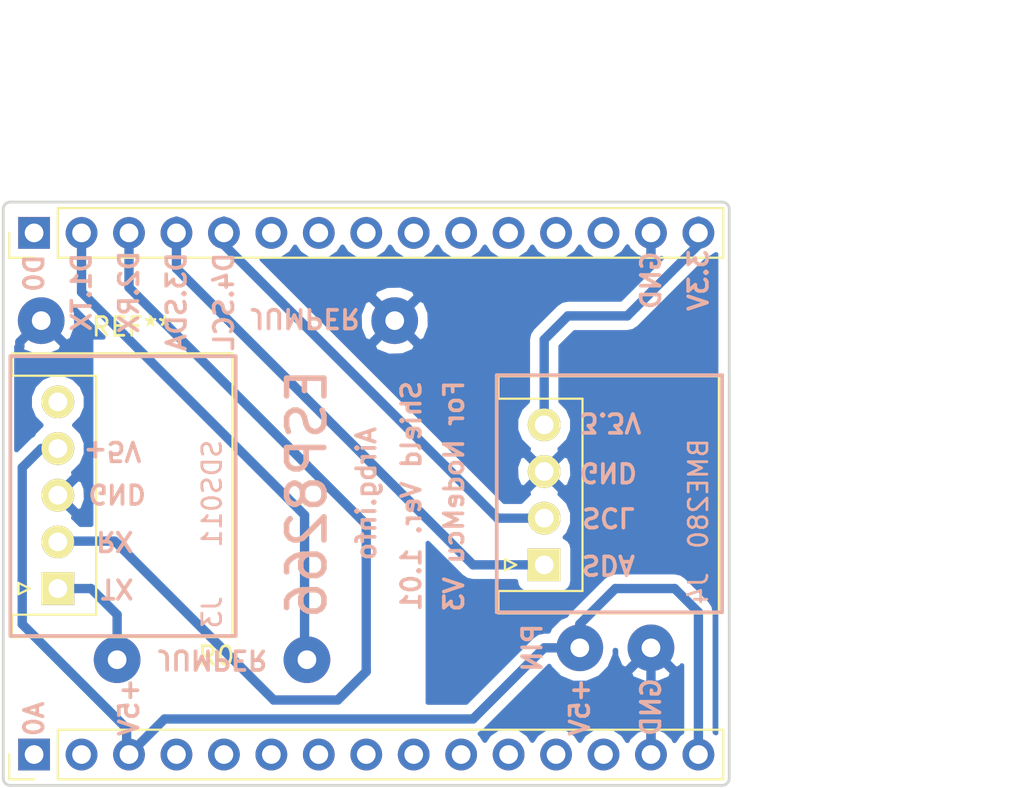
<source format=kicad_pcb>
(kicad_pcb (version 4) (host pcbnew 4.0.7)

  (general
    (links 15)
    (no_connects 3)
    (area 128.149999 71.214 183.38658 113.150001)
    (thickness 1.6)
    (drawings 45)
    (tracks 49)
    (zones 0)
    (modules 7)
    (nets 31)
  )

  (page A4)
  (layers
    (0 F.Cu signal)
    (31 B.Cu signal)
    (32 B.Adhes user)
    (33 F.Adhes user)
    (34 B.Paste user)
    (35 F.Paste user)
    (36 B.SilkS user)
    (37 F.SilkS user)
    (38 B.Mask user)
    (39 F.Mask user)
    (40 Dwgs.User user)
    (41 Cmts.User user)
    (42 Eco1.User user)
    (43 Eco2.User user)
    (44 Edge.Cuts user)
    (45 Margin user)
    (46 B.CrtYd user)
    (47 F.CrtYd user)
    (48 B.Fab user)
    (49 F.Fab user)
  )

  (setup
    (last_trace_width 0.5)
    (trace_clearance 0.2)
    (zone_clearance 0.508)
    (zone_45_only no)
    (trace_min 0.2)
    (segment_width 0.2)
    (edge_width 0.15)
    (via_size 0.6)
    (via_drill 0.4)
    (via_min_size 0.4)
    (via_min_drill 0.3)
    (uvia_size 0.3)
    (uvia_drill 0.1)
    (uvias_allowed no)
    (uvia_min_size 0.2)
    (uvia_min_drill 0.1)
    (pcb_text_width 0.3)
    (pcb_text_size 1.5 1.5)
    (mod_edge_width 0.15)
    (mod_text_size 1 1)
    (mod_text_width 0.15)
    (pad_size 2.49936 2.49936)
    (pad_drill 1.00076)
    (pad_to_mask_clearance 0.2)
    (aux_axis_origin 0 0)
    (visible_elements 7FFFFFFF)
    (pcbplotparams
      (layerselection 0x01050_80000000)
      (usegerberextensions false)
      (excludeedgelayer true)
      (linewidth 0.100000)
      (plotframeref false)
      (viasonmask false)
      (mode 1)
      (useauxorigin false)
      (hpglpennumber 1)
      (hpglpenspeed 20)
      (hpglpendiameter 15)
      (hpglpenoverlay 2)
      (psnegative false)
      (psa4output false)
      (plotreference true)
      (plotvalue true)
      (plotinvisibletext false)
      (padsonsilk false)
      (subtractmaskfromsilk false)
      (outputformat 1)
      (mirror false)
      (drillshape 0)
      (scaleselection 1)
      (outputdirectory Plot/))
  )

  (net 0 "")
  (net 1 "Net-(J1-Pad1)")
  (net 2 GND)
  (net 3 +5V)
  (net 4 "Net-(J1-Pad4)")
  (net 5 "Net-(J1-Pad5)")
  (net 6 "Net-(J1-Pad6)")
  (net 7 "Net-(J1-Pad7)")
  (net 8 "Net-(J1-Pad8)")
  (net 9 "Net-(J1-Pad9)")
  (net 10 "Net-(J1-Pad10)")
  (net 11 "Net-(J1-Pad11)")
  (net 12 "Net-(J1-Pad12)")
  (net 13 "Net-(J1-Pad13)")
  (net 14 "Net-(J2-Pad1)")
  (net 15 TX)
  (net 16 RX)
  (net 17 I2C_SDA)
  (net 18 "Net-(J2-Pad6)")
  (net 19 "Net-(J2-Pad7)")
  (net 20 "Net-(J2-Pad8)")
  (net 21 "Net-(J2-Pad9)")
  (net 22 "Net-(J2-Pad10)")
  (net 23 "Net-(J2-Pad11)")
  (net 24 "Net-(J2-Pad12)")
  (net 25 "Net-(J2-Pad13)")
  (net 26 +3V3)
  (net 27 I2C_SCL)
  (net 28 "Net-(J3-Pad5)")
  (net 29 "Net-(J1-Pad2)")
  (net 30 "Net-(J2-Pad2)")

  (net_class Default "This is the default net class."
    (clearance 0.2)
    (trace_width 0.5)
    (via_dia 0.6)
    (via_drill 0.4)
    (uvia_dia 0.3)
    (uvia_drill 0.1)
    (add_net +3V3)
    (add_net +5V)
    (add_net GND)
    (add_net I2C_SCL)
    (add_net I2C_SDA)
    (add_net "Net-(J1-Pad1)")
    (add_net "Net-(J1-Pad10)")
    (add_net "Net-(J1-Pad11)")
    (add_net "Net-(J1-Pad12)")
    (add_net "Net-(J1-Pad13)")
    (add_net "Net-(J1-Pad2)")
    (add_net "Net-(J1-Pad4)")
    (add_net "Net-(J1-Pad5)")
    (add_net "Net-(J1-Pad6)")
    (add_net "Net-(J1-Pad7)")
    (add_net "Net-(J1-Pad8)")
    (add_net "Net-(J1-Pad9)")
    (add_net "Net-(J2-Pad1)")
    (add_net "Net-(J2-Pad10)")
    (add_net "Net-(J2-Pad11)")
    (add_net "Net-(J2-Pad12)")
    (add_net "Net-(J2-Pad13)")
    (add_net "Net-(J2-Pad2)")
    (add_net "Net-(J2-Pad6)")
    (add_net "Net-(J2-Pad7)")
    (add_net "Net-(J2-Pad8)")
    (add_net "Net-(J2-Pad9)")
    (add_net "Net-(J3-Pad5)")
    (add_net RX)
    (add_net TX)
  )

  (module Wire_Connections_Bridges:WireConnection_1.00mmDrill (layer F.Cu) (tedit 5AA4D7E6) (tstamp 5AA4D51F)
    (at 144.78 106.045 180)
    (descr "WireConnection with 1mm drill")
    (path /5AA4D23F)
    (fp_text reference R0 (at 4.8514 0.2032 180) (layer F.SilkS)
      (effects (font (size 1 1) (thickness 0.15)))
    )
    (fp_text value J (at -2.159 0.127 180) (layer F.Fab)
      (effects (font (size 1 1) (thickness 0.15)))
    )
    (pad 1 thru_hole circle (at 0 0 180) (size 2.49936 2.49936) (drill 1.00076) (layers *.Cu *.Mask)
      (net 30 "Net-(J2-Pad2)"))
    (pad 2 thru_hole circle (at 10.16 0 180) (size 2.49936 2.49936) (drill 1.00076) (layers *.Cu *.Mask)
      (net 15 TX))
  )

  (module Wire_Connections_Bridges:WireConnection_1.00mmDrill (layer F.Cu) (tedit 5A90449C) (tstamp 5A904131)
    (at 156.845 105.41)
    (descr "WireConnection with 1mm drill")
    (fp_text reference Power (at 9.525 1.905) (layer B.SilkS) hide
      (effects (font (size 1 1) (thickness 0.15)) (justify mirror))
    )
    (fp_text value WireConnection_1mmDrill (at 5.08 3.81) (layer F.Fab)
      (effects (font (size 1 1) (thickness 0.15)))
    )
    (pad 1 thru_hole circle (at 2.54 0) (size 2.49936 2.49936) (drill 1.00076) (layers *.Cu *.Mask)
      (net 3 +5V))
    (pad 2 thru_hole circle (at 6.35 0) (size 2.49936 2.49936) (drill 1.00076) (layers *.Cu *.Mask)
      (net 2 GND))
  )

  (module Wire_Connections_Bridges:WireConnection_1.00mmDrill (layer F.Cu) (tedit 5AA4D7C9) (tstamp 5A903C90)
    (at 130.556 88.011)
    (descr "WireConnection with 1mm drill")
    (fp_text reference REF** (at 4.8514 0.2032) (layer F.SilkS)
      (effects (font (size 1 1) (thickness 0.15)))
    )
    (fp_text value J (at 21.082 -0.127) (layer F.Fab)
      (effects (font (size 1 1) (thickness 0.15)))
    )
    (pad 1 thru_hole circle (at 0 -0.127) (size 2.49936 2.49936) (drill 1.00076) (layers *.Cu *.Mask)
      (net 2 GND))
    (pad 2 thru_hole circle (at 18.923 -0.127) (size 2.49936 2.49936) (drill 1.00076) (layers *.Cu *.Mask)
      (net 2 GND))
  )

  (module Pin_Headers:Pin_Header_Straight_1x15_Pitch2.54mm (layer F.Cu) (tedit 5AB7F7D3) (tstamp 5A89E604)
    (at 130.175 111.125 90)
    (descr "Through hole straight pin header, 1x15, 2.54mm pitch, single row")
    (tags "Through hole pin header THT 1x15 2.54mm single row")
    (path /5A89DF66)
    (fp_text reference J1 (at 2.286 0 90) (layer B.SilkS) hide
      (effects (font (size 1 1) (thickness 0.15)) (justify mirror))
    )
    (fp_text value P15 (at 3.175 35.56 90) (layer F.Fab)
      (effects (font (size 1 1) (thickness 0.15)))
    )
    (fp_line (start -0.635 -1.27) (end 1.27 -1.27) (layer F.Fab) (width 0.1))
    (fp_line (start 1.27 -1.27) (end 1.27 36.83) (layer F.Fab) (width 0.1))
    (fp_line (start 1.27 36.83) (end -1.27 36.83) (layer F.Fab) (width 0.1))
    (fp_line (start -1.27 36.83) (end -1.27 -0.635) (layer F.Fab) (width 0.1))
    (fp_line (start -1.27 -0.635) (end -0.635 -1.27) (layer F.Fab) (width 0.1))
    (fp_line (start -1.33 36.89) (end 1.33 36.89) (layer F.SilkS) (width 0.12))
    (fp_line (start -1.33 1.27) (end -1.33 36.89) (layer F.SilkS) (width 0.12))
    (fp_line (start 1.33 1.27) (end 1.33 36.89) (layer F.SilkS) (width 0.12))
    (fp_line (start -1.33 1.27) (end 1.33 1.27) (layer F.SilkS) (width 0.12))
    (fp_line (start -1.33 0) (end -1.33 -1.33) (layer F.SilkS) (width 0.12))
    (fp_line (start -1.33 -1.33) (end 0 -1.33) (layer F.SilkS) (width 0.12))
    (fp_line (start -1.8 -1.8) (end -1.8 37.35) (layer F.CrtYd) (width 0.05))
    (fp_line (start -1.8 37.35) (end 1.8 37.35) (layer F.CrtYd) (width 0.05))
    (fp_line (start 1.8 37.35) (end 1.8 -1.8) (layer F.CrtYd) (width 0.05))
    (fp_line (start 1.8 -1.8) (end -1.8 -1.8) (layer F.CrtYd) (width 0.05))
    (fp_text user %R (at 0 17.78 180) (layer F.Fab)
      (effects (font (size 1 1) (thickness 0.15)))
    )
    (pad 1 thru_hole rect (at 0 0 90) (size 1.7 1.7) (drill 1) (layers *.Cu *.Mask)
      (net 1 "Net-(J1-Pad1)"))
    (pad 2 thru_hole oval (at 0 2.54 90) (size 1.7 1.7) (drill 1) (layers *.Cu *.Mask)
      (net 29 "Net-(J1-Pad2)"))
    (pad 3 thru_hole oval (at 0 5.08 90) (size 1.7 1.7) (drill 1) (layers *.Cu *.Mask)
      (net 3 +5V))
    (pad 4 thru_hole oval (at 0 7.62 90) (size 1.7 1.7) (drill 1) (layers *.Cu *.Mask)
      (net 4 "Net-(J1-Pad4)"))
    (pad 5 thru_hole oval (at 0 10.16 90) (size 1.7 1.7) (drill 1) (layers *.Cu *.Mask)
      (net 5 "Net-(J1-Pad5)"))
    (pad 6 thru_hole oval (at 0 12.7 90) (size 1.7 1.7) (drill 1) (layers *.Cu *.Mask)
      (net 6 "Net-(J1-Pad6)"))
    (pad 7 thru_hole oval (at 0 15.24 90) (size 1.7 1.7) (drill 1) (layers *.Cu *.Mask)
      (net 7 "Net-(J1-Pad7)"))
    (pad 8 thru_hole oval (at 0 17.78 90) (size 1.7 1.7) (drill 1) (layers *.Cu *.Mask)
      (net 8 "Net-(J1-Pad8)"))
    (pad 9 thru_hole oval (at 0 20.32 90) (size 1.7 1.7) (drill 1) (layers *.Cu *.Mask)
      (net 9 "Net-(J1-Pad9)"))
    (pad 10 thru_hole oval (at 0 22.86 90) (size 1.7 1.7) (drill 1) (layers *.Cu *.Mask)
      (net 10 "Net-(J1-Pad10)"))
    (pad 11 thru_hole oval (at 0 25.4 90) (size 1.7 1.7) (drill 1) (layers *.Cu *.Mask)
      (net 11 "Net-(J1-Pad11)"))
    (pad 12 thru_hole oval (at 0 27.94 90) (size 1.7 1.7) (drill 1) (layers *.Cu *.Mask)
      (net 12 "Net-(J1-Pad12)"))
    (pad 13 thru_hole oval (at 0 30.48 90) (size 1.7 1.7) (drill 1) (layers *.Cu *.Mask)
      (net 13 "Net-(J1-Pad13)"))
    (pad 14 thru_hole oval (at 0 33.02 90) (size 1.7 1.7) (drill 1) (layers *.Cu *.Mask)
      (net 2 GND))
    (pad 15 thru_hole oval (at 0 35.56 90) (size 1.7 1.7) (drill 1) (layers *.Cu *.Mask)
      (net 3 +5V))
    (model ${KISYS3DMOD}/Pin_Headers.3dshapes/Pin_Header_Straight_1x15_Pitch2.54mm.wrl
      (at (xyz 0 0 0))
      (scale (xyz 1 1 1))
      (rotate (xyz 0 0 0))
    )
  )

  (module Pin_Headers:Pin_Header_Straight_1x15_Pitch2.54mm (layer F.Cu) (tedit 5AB7F771) (tstamp 5A89E617)
    (at 130.175 83.185 90)
    (descr "Through hole straight pin header, 1x15, 2.54mm pitch, single row")
    (tags "Through hole pin header THT 1x15 2.54mm single row")
    (path /5A89DF3F)
    (fp_text reference J2 (at -2.159 0 90) (layer B.SilkS) hide
      (effects (font (size 1 1) (thickness 0.15)) (justify mirror))
    )
    (fp_text value P15 (at -3.175 35.56 90) (layer F.Fab)
      (effects (font (size 1 1) (thickness 0.15)))
    )
    (fp_line (start -0.635 -1.27) (end 1.27 -1.27) (layer F.Fab) (width 0.1))
    (fp_line (start 1.27 -1.27) (end 1.27 36.83) (layer F.Fab) (width 0.1))
    (fp_line (start 1.27 36.83) (end -1.27 36.83) (layer F.Fab) (width 0.1))
    (fp_line (start -1.27 36.83) (end -1.27 -0.635) (layer F.Fab) (width 0.1))
    (fp_line (start -1.27 -0.635) (end -0.635 -1.27) (layer F.Fab) (width 0.1))
    (fp_line (start -1.33 36.89) (end 1.33 36.89) (layer F.SilkS) (width 0.12))
    (fp_line (start -1.33 1.27) (end -1.33 36.89) (layer F.SilkS) (width 0.12))
    (fp_line (start 1.33 1.27) (end 1.33 36.89) (layer F.SilkS) (width 0.12))
    (fp_line (start -1.33 1.27) (end 1.33 1.27) (layer F.SilkS) (width 0.12))
    (fp_line (start -1.33 0) (end -1.33 -1.33) (layer F.SilkS) (width 0.12))
    (fp_line (start -1.33 -1.33) (end 0 -1.33) (layer F.SilkS) (width 0.12))
    (fp_line (start -1.8 -1.8) (end -1.8 37.35) (layer F.CrtYd) (width 0.05))
    (fp_line (start -1.8 37.35) (end 1.8 37.35) (layer F.CrtYd) (width 0.05))
    (fp_line (start 1.8 37.35) (end 1.8 -1.8) (layer F.CrtYd) (width 0.05))
    (fp_line (start 1.8 -1.8) (end -1.8 -1.8) (layer F.CrtYd) (width 0.05))
    (fp_text user %R (at 0 17.78 180) (layer F.Fab)
      (effects (font (size 1 1) (thickness 0.15)))
    )
    (pad 1 thru_hole rect (at 0 0 90) (size 1.7 1.7) (drill 1) (layers *.Cu *.Mask)
      (net 14 "Net-(J2-Pad1)"))
    (pad 2 thru_hole oval (at 0 2.54 90) (size 1.7 1.7) (drill 1) (layers *.Cu *.Mask)
      (net 30 "Net-(J2-Pad2)"))
    (pad 3 thru_hole oval (at 0 5.08 90) (size 1.7 1.7) (drill 1) (layers *.Cu *.Mask)
      (net 16 RX))
    (pad 4 thru_hole oval (at 0 7.62 90) (size 1.7 1.7) (drill 1) (layers *.Cu *.Mask)
      (net 17 I2C_SDA))
    (pad 5 thru_hole oval (at 0 10.16 90) (size 1.7 1.7) (drill 1) (layers *.Cu *.Mask)
      (net 27 I2C_SCL))
    (pad 6 thru_hole oval (at 0 12.7 90) (size 1.7 1.7) (drill 1) (layers *.Cu *.Mask)
      (net 18 "Net-(J2-Pad6)"))
    (pad 7 thru_hole oval (at 0 15.24 90) (size 1.7 1.7) (drill 1) (layers *.Cu *.Mask)
      (net 19 "Net-(J2-Pad7)"))
    (pad 8 thru_hole oval (at 0 17.78 90) (size 1.7 1.7) (drill 1) (layers *.Cu *.Mask)
      (net 20 "Net-(J2-Pad8)"))
    (pad 9 thru_hole oval (at 0 20.32 90) (size 1.7 1.7) (drill 1) (layers *.Cu *.Mask)
      (net 21 "Net-(J2-Pad9)"))
    (pad 10 thru_hole oval (at 0 22.86 90) (size 1.7 1.7) (drill 1) (layers *.Cu *.Mask)
      (net 22 "Net-(J2-Pad10)"))
    (pad 11 thru_hole oval (at 0 25.4 90) (size 1.7 1.7) (drill 1) (layers *.Cu *.Mask)
      (net 23 "Net-(J2-Pad11)"))
    (pad 12 thru_hole oval (at 0 27.94 90) (size 1.7 1.7) (drill 1) (layers *.Cu *.Mask)
      (net 24 "Net-(J2-Pad12)"))
    (pad 13 thru_hole oval (at 0 30.48 90) (size 1.7 1.7) (drill 1) (layers *.Cu *.Mask)
      (net 25 "Net-(J2-Pad13)"))
    (pad 14 thru_hole oval (at 0 33.02 90) (size 1.7 1.7) (drill 1) (layers *.Cu *.Mask)
      (net 2 GND))
    (pad 15 thru_hole oval (at 0 35.56 90) (size 1.7 1.7) (drill 1) (layers *.Cu *.Mask)
      (net 26 +3V3))
    (model ${KISYS3DMOD}/Pin_Headers.3dshapes/Pin_Header_Straight_1x15_Pitch2.54mm.wrl
      (at (xyz 0 0 0))
      (scale (xyz 1 1 1))
      (rotate (xyz 0 0 0))
    )
  )

  (module Connectors_JST:JST_XH_S04B-XH-A_04x2.50mm_Angled (layer F.Cu) (tedit 5A90427D) (tstamp 5A89E627)
    (at 157.48 100.965 90)
    (descr "JST XH series connector, S04B-XH-A, side entry type, through hole")
    (tags "connector jst xh tht side horizontal angled 2.50mm")
    (path /5A89DD54)
    (fp_text reference J4 (at -1.27 8.255 90) (layer B.SilkS)
      (effects (font (size 1 1) (thickness 0.15)) (justify mirror))
    )
    (fp_text value BME280 (at 3.81 8.255 90) (layer B.SilkS)
      (effects (font (size 1 1) (thickness 0.15)) (justify mirror))
    )
    (fp_line (start -2.45 -2.3) (end -2.45 9.2) (layer F.Fab) (width 0.1))
    (fp_line (start -2.45 9.2) (end 9.95 9.2) (layer F.Fab) (width 0.1))
    (fp_line (start 9.95 9.2) (end 9.95 -2.3) (layer F.Fab) (width 0.1))
    (fp_line (start 9.95 -2.3) (end -2.45 -2.3) (layer F.Fab) (width 0.1))
    (fp_line (start -2.95 -2.8) (end -2.95 9.7) (layer F.CrtYd) (width 0.05))
    (fp_line (start -2.95 9.7) (end 10.45 9.7) (layer F.CrtYd) (width 0.05))
    (fp_line (start 10.45 9.7) (end 10.45 -2.8) (layer F.CrtYd) (width 0.05))
    (fp_line (start 10.45 -2.8) (end -2.95 -2.8) (layer F.CrtYd) (width 0.05))
    (fp_line (start 3.75 9.35) (end -2.6 9.35) (layer F.SilkS) (width 0.12))
    (fp_line (start -2.6 9.35) (end -2.6 -2.45) (layer F.SilkS) (width 0.12))
    (fp_line (start -2.6 -2.45) (end -1.4 -2.45) (layer F.SilkS) (width 0.12))
    (fp_line (start -1.4 -2.45) (end -1.4 2.05) (layer F.SilkS) (width 0.12))
    (fp_line (start -1.4 2.05) (end 3.75 2.05) (layer F.SilkS) (width 0.12))
    (fp_line (start 3.75 9.35) (end 10.1 9.35) (layer F.SilkS) (width 0.12))
    (fp_line (start 10.1 9.35) (end 10.1 -2.45) (layer F.SilkS) (width 0.12))
    (fp_line (start 10.1 -2.45) (end 8.9 -2.45) (layer F.SilkS) (width 0.12))
    (fp_line (start 8.9 -2.45) (end 8.9 2.05) (layer F.SilkS) (width 0.12))
    (fp_line (start 8.9 2.05) (end 3.75 2.05) (layer F.SilkS) (width 0.12))
    (fp_line (start -0.25 3.45) (end -0.25 8.7) (layer F.Fab) (width 0.1))
    (fp_line (start -0.25 8.7) (end 0.25 8.7) (layer F.Fab) (width 0.1))
    (fp_line (start 0.25 8.7) (end 0.25 3.45) (layer F.Fab) (width 0.1))
    (fp_line (start 0.25 3.45) (end -0.25 3.45) (layer F.Fab) (width 0.1))
    (fp_line (start 2.25 3.45) (end 2.25 8.7) (layer F.Fab) (width 0.1))
    (fp_line (start 2.25 8.7) (end 2.75 8.7) (layer F.Fab) (width 0.1))
    (fp_line (start 2.75 8.7) (end 2.75 3.45) (layer F.Fab) (width 0.1))
    (fp_line (start 2.75 3.45) (end 2.25 3.45) (layer F.Fab) (width 0.1))
    (fp_line (start 4.75 3.45) (end 4.75 8.7) (layer F.Fab) (width 0.1))
    (fp_line (start 4.75 8.7) (end 5.25 8.7) (layer F.Fab) (width 0.1))
    (fp_line (start 5.25 8.7) (end 5.25 3.45) (layer F.Fab) (width 0.1))
    (fp_line (start 5.25 3.45) (end 4.75 3.45) (layer F.Fab) (width 0.1))
    (fp_line (start 7.25 3.45) (end 7.25 8.7) (layer F.Fab) (width 0.1))
    (fp_line (start 7.25 8.7) (end 7.75 8.7) (layer F.Fab) (width 0.1))
    (fp_line (start 7.75 8.7) (end 7.75 3.45) (layer F.Fab) (width 0.1))
    (fp_line (start 7.75 3.45) (end 7.25 3.45) (layer F.Fab) (width 0.1))
    (fp_line (start 0 -1.5) (end -0.3 -2.1) (layer F.SilkS) (width 0.12))
    (fp_line (start -0.3 -2.1) (end 0.3 -2.1) (layer F.SilkS) (width 0.12))
    (fp_line (start 0.3 -2.1) (end 0 -1.5) (layer F.SilkS) (width 0.12))
    (fp_line (start 0 -1.5) (end -0.3 -2.1) (layer F.Fab) (width 0.1))
    (fp_line (start -0.3 -2.1) (end 0.3 -2.1) (layer F.Fab) (width 0.1))
    (fp_line (start 0.3 -2.1) (end 0 -1.5) (layer F.Fab) (width 0.1))
    (fp_text user %R (at 3.75 2.25 90) (layer F.Fab)
      (effects (font (size 1 1) (thickness 0.15)))
    )
    (pad 1 thru_hole rect (at 0 0 90) (size 1.75 1.75) (drill 1) (layers *.Cu *.Mask F.SilkS)
      (net 17 I2C_SDA))
    (pad 2 thru_hole circle (at 2.5 0 90) (size 1.75 1.75) (drill 1) (layers *.Cu *.Mask F.SilkS)
      (net 27 I2C_SCL))
    (pad 3 thru_hole circle (at 5 0 90) (size 1.75 1.75) (drill 1) (layers *.Cu *.Mask F.SilkS)
      (net 2 GND))
    (pad 4 thru_hole circle (at 7.5 0 90) (size 1.75 1.75) (drill 1) (layers *.Cu *.Mask F.SilkS)
      (net 26 +3V3))
    (model Connectors_JST.3dshapes/JST_XH_S04B-XH-A_04x2.50mm_Angled.wrl
      (at (xyz 0 0 0))
      (scale (xyz 1 1 1))
      (rotate (xyz 0 0 0))
    )
  )

  (module Connectors_JST:JST_XH_S05B-XH-A_05x2.50mm_Angled (layer F.Cu) (tedit 5A904277) (tstamp 5A8B133A)
    (at 131.445 102.235 90)
    (descr "JST XH series connector, S05B-XH-A, side entry type, through hole")
    (tags "connector jst xh tht side horizontal angled 2.50mm")
    (path /5A8B101A)
    (fp_text reference J3 (at -1.27 8.255 90) (layer B.SilkS)
      (effects (font (size 1 1) (thickness 0.15)) (justify mirror))
    )
    (fp_text value SDS011 (at 5.08 8.255 90) (layer B.SilkS)
      (effects (font (size 1 1) (thickness 0.15)) (justify mirror))
    )
    (fp_line (start -2.45 -2.3) (end -2.45 9.2) (layer F.Fab) (width 0.1))
    (fp_line (start -2.45 9.2) (end 12.45 9.2) (layer F.Fab) (width 0.1))
    (fp_line (start 12.45 9.2) (end 12.45 -2.3) (layer F.Fab) (width 0.1))
    (fp_line (start 12.45 -2.3) (end -2.45 -2.3) (layer F.Fab) (width 0.1))
    (fp_line (start -2.95 -2.8) (end -2.95 9.7) (layer F.CrtYd) (width 0.05))
    (fp_line (start -2.95 9.7) (end 12.95 9.7) (layer F.CrtYd) (width 0.05))
    (fp_line (start 12.95 9.7) (end 12.95 -2.8) (layer F.CrtYd) (width 0.05))
    (fp_line (start 12.95 -2.8) (end -2.95 -2.8) (layer F.CrtYd) (width 0.05))
    (fp_line (start 5 9.35) (end -2.6 9.35) (layer F.SilkS) (width 0.12))
    (fp_line (start -2.6 9.35) (end -2.6 -2.45) (layer F.SilkS) (width 0.12))
    (fp_line (start -2.6 -2.45) (end -1.4 -2.45) (layer F.SilkS) (width 0.12))
    (fp_line (start -1.4 -2.45) (end -1.4 2.05) (layer F.SilkS) (width 0.12))
    (fp_line (start -1.4 2.05) (end 5 2.05) (layer F.SilkS) (width 0.12))
    (fp_line (start 5 9.35) (end 12.6 9.35) (layer F.SilkS) (width 0.12))
    (fp_line (start 12.6 9.35) (end 12.6 -2.45) (layer F.SilkS) (width 0.12))
    (fp_line (start 12.6 -2.45) (end 11.4 -2.45) (layer F.SilkS) (width 0.12))
    (fp_line (start 11.4 -2.45) (end 11.4 2.05) (layer F.SilkS) (width 0.12))
    (fp_line (start 11.4 2.05) (end 5 2.05) (layer F.SilkS) (width 0.12))
    (fp_line (start -0.25 3.45) (end -0.25 8.7) (layer F.Fab) (width 0.1))
    (fp_line (start -0.25 8.7) (end 0.25 8.7) (layer F.Fab) (width 0.1))
    (fp_line (start 0.25 8.7) (end 0.25 3.45) (layer F.Fab) (width 0.1))
    (fp_line (start 0.25 3.45) (end -0.25 3.45) (layer F.Fab) (width 0.1))
    (fp_line (start 2.25 3.45) (end 2.25 8.7) (layer F.Fab) (width 0.1))
    (fp_line (start 2.25 8.7) (end 2.75 8.7) (layer F.Fab) (width 0.1))
    (fp_line (start 2.75 8.7) (end 2.75 3.45) (layer F.Fab) (width 0.1))
    (fp_line (start 2.75 3.45) (end 2.25 3.45) (layer F.Fab) (width 0.1))
    (fp_line (start 4.75 3.45) (end 4.75 8.7) (layer F.Fab) (width 0.1))
    (fp_line (start 4.75 8.7) (end 5.25 8.7) (layer F.Fab) (width 0.1))
    (fp_line (start 5.25 8.7) (end 5.25 3.45) (layer F.Fab) (width 0.1))
    (fp_line (start 5.25 3.45) (end 4.75 3.45) (layer F.Fab) (width 0.1))
    (fp_line (start 7.25 3.45) (end 7.25 8.7) (layer F.Fab) (width 0.1))
    (fp_line (start 7.25 8.7) (end 7.75 8.7) (layer F.Fab) (width 0.1))
    (fp_line (start 7.75 8.7) (end 7.75 3.45) (layer F.Fab) (width 0.1))
    (fp_line (start 7.75 3.45) (end 7.25 3.45) (layer F.Fab) (width 0.1))
    (fp_line (start 9.75 3.45) (end 9.75 8.7) (layer F.Fab) (width 0.1))
    (fp_line (start 9.75 8.7) (end 10.25 8.7) (layer F.Fab) (width 0.1))
    (fp_line (start 10.25 8.7) (end 10.25 3.45) (layer F.Fab) (width 0.1))
    (fp_line (start 10.25 3.45) (end 9.75 3.45) (layer F.Fab) (width 0.1))
    (fp_line (start 0 -1.5) (end -0.3 -2.1) (layer F.SilkS) (width 0.12))
    (fp_line (start -0.3 -2.1) (end 0.3 -2.1) (layer F.SilkS) (width 0.12))
    (fp_line (start 0.3 -2.1) (end 0 -1.5) (layer F.SilkS) (width 0.12))
    (fp_line (start 0 -1.5) (end -0.3 -2.1) (layer F.Fab) (width 0.1))
    (fp_line (start -0.3 -2.1) (end 0.3 -2.1) (layer F.Fab) (width 0.1))
    (fp_line (start 0.3 -2.1) (end 0 -1.5) (layer F.Fab) (width 0.1))
    (fp_text user %R (at 5 2.25 90) (layer F.Fab)
      (effects (font (size 1 1) (thickness 0.15)))
    )
    (pad 1 thru_hole rect (at 0 0 90) (size 1.75 1.75) (drill 1) (layers *.Cu *.Mask F.SilkS)
      (net 15 TX))
    (pad 2 thru_hole circle (at 2.5 0 90) (size 1.75 1.75) (drill 1) (layers *.Cu *.Mask F.SilkS)
      (net 16 RX))
    (pad 3 thru_hole circle (at 5 0 90) (size 1.75 1.75) (drill 1) (layers *.Cu *.Mask F.SilkS)
      (net 2 GND))
    (pad 4 thru_hole circle (at 7.5 0 90) (size 1.75 1.75) (drill 1) (layers *.Cu *.Mask F.SilkS)
      (net 3 +5V))
    (pad 5 thru_hole circle (at 10 0 90) (size 1.75 1.75) (drill 1) (layers *.Cu *.Mask F.SilkS)
      (net 28 "Net-(J3-Pad5)"))
    (model Connectors_JST.3dshapes/JST_XH_S05B-XH-A_05x2.50mm_Angled.wrl
      (at (xyz 0 0 0))
      (scale (xyz 1 1 1))
      (rotate (xyz 0 0 0))
    )
  )

  (gr_text A0 (at 130.175 109.22 90) (layer B.SilkS)
    (effects (font (size 1 1) (thickness 0.2)) (justify mirror))
  )
  (gr_text D0 (at 130.175 85.344 90) (layer B.SilkS)
    (effects (font (size 1 1) (thickness 0.2)) (justify mirror))
  )
  (gr_text JUMPER (at 144.653 87.757 180) (layer B.SilkS)
    (effects (font (size 1 1) (thickness 0.2)) (justify mirror))
  )
  (gr_text JUMPER (at 139.7 106.045 180) (layer B.SilkS)
    (effects (font (size 1 1) (thickness 0.2)) (justify mirror))
  )
  (gr_text PIN (at 156.845 105.41 90) (layer B.SilkS)
    (effects (font (size 1 1) (thickness 0.2)) (justify mirror))
  )
  (gr_text +5V (at 159.385 108.585 90) (layer B.SilkS)
    (effects (font (size 1 1) (thickness 0.2)) (justify mirror))
  )
  (dimension 27.94 (width 0.3) (layer F.Fab)
    (gr_text "27,940 mm" (at 173.562 97.155 270) (layer F.Fab)
      (effects (font (size 1.5 1.5) (thickness 0.3)))
    )
    (feature1 (pts (xy 165.735 111.125) (xy 174.912 111.125)))
    (feature2 (pts (xy 165.735 83.185) (xy 174.912 83.185)))
    (crossbar (pts (xy 172.212 83.185) (xy 172.212 111.125)))
    (arrow1a (pts (xy 172.212 111.125) (xy 171.625579 109.998496)))
    (arrow1b (pts (xy 172.212 111.125) (xy 172.798421 109.998496)))
    (arrow2a (pts (xy 172.212 83.185) (xy 171.625579 84.311504)))
    (arrow2b (pts (xy 172.212 83.185) (xy 172.798421 84.311504)))
  )
  (dimension 38.862 (width 0.3) (layer F.Fab)
    (gr_text "38,862 mm" (at 147.955 72.564) (layer F.Fab)
      (effects (font (size 1.5 1.5) (thickness 0.3)))
    )
    (feature1 (pts (xy 167.386 81.026) (xy 167.386 71.214)))
    (feature2 (pts (xy 128.524 81.026) (xy 128.524 71.214)))
    (crossbar (pts (xy 128.524 73.914) (xy 167.386 73.914)))
    (arrow1a (pts (xy 167.386 73.914) (xy 166.259496 74.500421)))
    (arrow1b (pts (xy 167.386 73.914) (xy 166.259496 73.327579)))
    (arrow2a (pts (xy 128.524 73.914) (xy 129.650504 74.500421)))
    (arrow2b (pts (xy 128.524 73.914) (xy 129.650504 73.327579)))
  )
  (dimension 31.242258 (width 0.3) (layer F.Fab)
    (gr_text "31,242 mm" (at 176.88658 97.119219 270.2329084) (layer F.Fab)
      (effects (font (size 1.5 1.5) (thickness 0.3)))
    )
    (feature1 (pts (xy 168.021 81.534) (xy 178.173069 81.492731)))
    (feature2 (pts (xy 168.148 112.776) (xy 178.300069 112.734731)))
    (crossbar (pts (xy 175.600091 112.745707) (xy 175.473091 81.503707)))
    (arrow1a (pts (xy 175.473091 81.503707) (xy 176.064086 82.627818)))
    (arrow1b (pts (xy 175.473091 81.503707) (xy 174.891254 82.632585)))
    (arrow2a (pts (xy 175.600091 112.745707) (xy 176.181928 111.616829)))
    (arrow2b (pts (xy 175.600091 112.745707) (xy 175.009096 111.621596)))
  )
  (gr_line (start 167.386 81.915) (end 167.386 112.395) (angle 90) (layer Edge.Cuts) (width 0.15))
  (gr_line (start 128.524 112.395) (end 128.524 81.915) (angle 90) (layer Edge.Cuts) (width 0.15))
  (gr_arc (start 128.905 112.395) (end 128.905 112.776) (angle 90) (layer Edge.Cuts) (width 0.15))
  (gr_arc (start 128.905 81.915) (end 128.524 81.915) (angle 90) (layer Edge.Cuts) (width 0.15))
  (gr_arc (start 167.005 81.915) (end 167.005 81.534) (angle 90) (layer Edge.Cuts) (width 0.15))
  (gr_arc (start 167.005 112.395) (end 167.386 112.395) (angle 90) (layer Edge.Cuts) (width 0.15))
  (gr_text "For NodeMcu V3" (at 152.654 97.282 90) (layer B.SilkS)
    (effects (font (size 1 1) (thickness 0.2)) (justify mirror))
  )
  (gr_line (start 140.97 104.775) (end 140.97 89.789) (angle 90) (layer B.SilkS) (width 0.2))
  (gr_line (start 128.905 104.775) (end 128.905 89.789) (angle 90) (layer B.SilkS) (width 0.2))
  (gr_text "Shield Ver. 1.01" (at 150.368 97.282 90) (layer B.SilkS)
    (effects (font (size 1 1) (thickness 0.2)) (justify mirror))
  )
  (gr_text Airbg.info (at 147.955 97.155 90) (layer B.SilkS)
    (effects (font (size 1 1) (thickness 0.2)) (justify mirror))
  )
  (gr_text ESP8266 (at 144.78 97.155 90) (layer B.SilkS)
    (effects (font (size 2 2) (thickness 0.3)) (justify mirror))
  )
  (gr_text GND (at 163.195 108.585 90) (layer B.SilkS)
    (effects (font (size 1 1) (thickness 0.2)) (justify mirror))
  )
  (gr_text +5V (at 135.255 108.585 90) (layer B.SilkS)
    (effects (font (size 1 1) (thickness 0.2)) (justify mirror))
  )
  (gr_text GND (at 163.195 85.725 90) (layer B.SilkS)
    (effects (font (size 1 1) (thickness 0.2)) (justify mirror))
  )
  (gr_text 3.3V (at 165.735 85.725 90) (layer B.SilkS)
    (effects (font (size 1 1) (thickness 0.2)) (justify mirror))
  )
  (gr_text D4.SCL (at 140.335 86.868 90) (layer B.SilkS)
    (effects (font (size 1 1) (thickness 0.2)) (justify mirror))
  )
  (gr_text D3.SDA (at 137.795 86.868 90) (layer B.SilkS)
    (effects (font (size 1 1) (thickness 0.2)) (justify mirror))
  )
  (gr_text D2.RX (at 135.255 86.36 90) (layer B.SilkS)
    (effects (font (size 1 1) (thickness 0.2)) (justify mirror))
  )
  (gr_text D1.TX (at 132.715 86.36 90) (layer B.SilkS)
    (effects (font (size 1 1) (thickness 0.2)) (justify mirror))
  )
  (gr_text SDA (at 160.909 100.965 180) (layer B.SilkS)
    (effects (font (size 1 1) (thickness 0.2)) (justify mirror))
  )
  (gr_text SCL (at 160.909 98.425 180) (layer B.SilkS)
    (effects (font (size 1 1) (thickness 0.2)) (justify mirror))
  )
  (gr_text GND (at 160.909 96.012 180) (layer B.SilkS)
    (effects (font (size 1 1) (thickness 0.2)) (justify mirror))
  )
  (gr_text 3.3V (at 161.036 93.345 180) (layer B.SilkS)
    (effects (font (size 1 1) (thickness 0.2)) (justify mirror))
  )
  (gr_text TX (at 134.62 102.235 180) (layer B.SilkS)
    (effects (font (size 1 1) (thickness 0.2)) (justify mirror))
  )
  (gr_text RX (at 134.493 99.695 180) (layer B.SilkS)
    (effects (font (size 1 1) (thickness 0.2)) (justify mirror))
  )
  (gr_text GND (at 134.62 97.155 180) (layer B.SilkS)
    (effects (font (size 1 1) (thickness 0.2)) (justify mirror))
  )
  (gr_text +5V (at 134.366 94.869 180) (layer B.SilkS)
    (effects (font (size 1 1) (thickness 0.2)) (justify mirror))
  )
  (gr_line (start 154.94 90.805) (end 154.94 103.505) (angle 90) (layer B.SilkS) (width 0.2))
  (gr_line (start 167.005 90.805) (end 154.94 90.805) (angle 90) (layer B.SilkS) (width 0.2))
  (gr_line (start 167.005 103.505) (end 167.005 90.805) (angle 90) (layer B.SilkS) (width 0.2))
  (gr_line (start 154.94 103.505) (end 167.005 103.505) (angle 90) (layer B.SilkS) (width 0.2))
  (gr_line (start 140.97 89.789) (end 128.905 89.789) (angle 90) (layer B.SilkS) (width 0.2))
  (gr_line (start 128.905 104.775) (end 140.97 104.775) (angle 90) (layer B.SilkS) (width 0.2))
  (gr_line (start 167.005 112.776) (end 128.905 112.776) (angle 90) (layer Edge.Cuts) (width 0.15))
  (gr_line (start 128.905 81.534) (end 167.005 81.534) (angle 90) (layer Edge.Cuts) (width 0.15))

  (segment (start 163.195 106.68) (end 163.195 111.125) (width 0.5) (layer B.Cu) (net 2))
  (segment (start 129.413 89.281) (end 129.413 89.027) (width 0.5) (layer B.Cu) (net 2))
  (segment (start 129.413 89.027) (end 130.556 87.884) (width 0.5) (layer B.Cu) (net 2) (tstamp 5A903EBD))
  (segment (start 131.525 96.52) (end 131.445 96.6) (width 0.25) (layer B.Cu) (net 2) (tstamp 5A89ED40))
  (segment (start 135.255 111.125) (end 137.16 109.22) (width 0.5) (layer B.Cu) (net 3))
  (segment (start 157.48 105.41) (end 159.385 105.41) (width 0.5) (layer B.Cu) (net 3) (tstamp 5A9049C0))
  (segment (start 153.67 109.22) (end 157.48 105.41) (width 0.5) (layer B.Cu) (net 3) (tstamp 5A9049BE))
  (segment (start 137.16 109.22) (end 153.67 109.22) (width 0.5) (layer B.Cu) (net 3) (tstamp 5A9049BC))
  (segment (start 159.385 105.41) (end 159.385 104.14) (width 0.5) (layer B.Cu) (net 3) (tstamp 5A9049C5))
  (segment (start 165.735 103.505) (end 165.735 111.125) (width 0.5) (layer B.Cu) (net 3) (tstamp 5A9049D6))
  (segment (start 164.465 102.235) (end 165.735 103.505) (width 0.5) (layer B.Cu) (net 3) (tstamp 5A9049D3))
  (segment (start 161.29 102.235) (end 164.465 102.235) (width 0.5) (layer B.Cu) (net 3) (tstamp 5A9049CC))
  (segment (start 159.385 104.14) (end 161.29 102.235) (width 0.5) (layer B.Cu) (net 3) (tstamp 5A9049C6))
  (segment (start 131.445 94.735) (end 130.563 94.735) (width 0.5) (layer B.Cu) (net 3))
  (segment (start 135.128 109.728) (end 135.128 110.998) (width 0.5) (layer B.Cu) (net 3) (tstamp 5A903A48))
  (segment (start 129.54 104.14) (end 135.128 109.728) (width 0.5) (layer B.Cu) (net 3) (tstamp 5A903A45))
  (segment (start 129.54 95.758) (end 129.54 104.14) (width 0.5) (layer B.Cu) (net 3) (tstamp 5A903A43))
  (segment (start 130.563 94.735) (end 129.54 95.758) (width 0.5) (layer B.Cu) (net 3) (tstamp 5A903A42))
  (segment (start 135.128 110.998) (end 135.255 111.125) (width 0.5) (layer B.Cu) (net 3) (tstamp 5A903A51))
  (segment (start 135.255 110.744) (end 135.255 111.125) (width 0.5) (layer B.Cu) (net 3) (tstamp 5A9039D0))
  (segment (start 131.445 93.98) (end 131.445 94.1) (width 0.25) (layer B.Cu) (net 3) (tstamp 5A89ED54))
  (segment (start 131.445 102.235) (end 133.223 102.235) (width 0.5) (layer B.Cu) (net 15))
  (segment (start 134.62 103.632) (end 134.62 106.045) (width 0.5) (layer B.Cu) (net 15) (tstamp 5AA4D60E))
  (segment (start 133.223 102.235) (end 134.62 103.632) (width 0.5) (layer B.Cu) (net 15) (tstamp 5AA4D60D))
  (segment (start 135.255 83.185) (end 135.255 86.106) (width 0.5) (layer B.Cu) (net 16))
  (segment (start 134.493 99.695) (end 131.485 99.695) (width 0.5) (layer B.Cu) (net 16) (tstamp 5AA4D62F))
  (segment (start 143.002 108.204) (end 134.493 99.695) (width 0.5) (layer B.Cu) (net 16) (tstamp 5AA4D62B))
  (segment (start 146.431 108.204) (end 143.002 108.204) (width 0.5) (layer B.Cu) (net 16) (tstamp 5AA4D627))
  (segment (start 147.955 106.68) (end 146.431 108.204) (width 0.5) (layer B.Cu) (net 16) (tstamp 5AA4D61E))
  (segment (start 147.955 98.806) (end 147.955 106.68) (width 0.5) (layer B.Cu) (net 16) (tstamp 5AA4D618))
  (segment (start 135.255 86.106) (end 147.955 98.806) (width 0.5) (layer B.Cu) (net 16) (tstamp 5AA4D616))
  (segment (start 131.485 99.695) (end 131.445 99.735) (width 0.5) (layer B.Cu) (net 16) (tstamp 5AA4D635))
  (segment (start 131.485 99.695) (end 131.445 99.735) (width 0.5) (layer F.Cu) (net 16) (tstamp 5AA4D60A))
  (segment (start 131.485 99.695) (end 131.445 99.735) (width 0.5) (layer B.Cu) (net 16) (tstamp 5A8B23B0))
  (segment (start 157.48 100.965) (end 153.67 100.965) (width 0.5) (layer B.Cu) (net 17))
  (segment (start 137.795 85.09) (end 137.795 82.55) (width 0.5) (layer B.Cu) (net 17) (tstamp 5A89EE41))
  (segment (start 153.67 100.965) (end 137.795 85.09) (width 0.5) (layer B.Cu) (net 17) (tstamp 5A89EE37))
  (segment (start 165.735 82.55) (end 165.735 83.82) (width 0.5) (layer B.Cu) (net 26))
  (segment (start 157.48 88.9) (end 157.48 93.465) (width 0.5) (layer B.Cu) (net 26) (tstamp 5A89EE26))
  (segment (start 158.75 87.63) (end 157.48 88.9) (width 0.5) (layer B.Cu) (net 26) (tstamp 5A89EE0E))
  (segment (start 161.925 87.63) (end 158.75 87.63) (width 0.5) (layer B.Cu) (net 26) (tstamp 5A89EDFE))
  (segment (start 165.735 83.82) (end 161.925 87.63) (width 0.5) (layer B.Cu) (net 26) (tstamp 5A89EDDA))
  (segment (start 157.48 98.465) (end 154.98 98.465) (width 0.5) (layer B.Cu) (net 27))
  (segment (start 140.335 83.82) (end 140.335 82.55) (width 0.5) (layer B.Cu) (net 27) (tstamp 5A89EE5A))
  (segment (start 154.98 98.465) (end 140.335 83.82) (width 0.5) (layer B.Cu) (net 27) (tstamp 5A89EE51))
  (segment (start 132.715 83.185) (end 132.715 86.36) (width 0.5) (layer B.Cu) (net 30))
  (segment (start 144.653 98.298) (end 144.653 105.918) (width 0.5) (layer B.Cu) (net 30) (tstamp 5AA4D66F))
  (segment (start 132.715 86.36) (end 144.653 98.298) (width 0.5) (layer B.Cu) (net 30) (tstamp 5AA4D668))
  (segment (start 144.653 105.918) (end 144.78 106.045) (width 0.5) (layer B.Cu) (net 30) (tstamp 5AA4D67F))

  (zone (net 2) (net_name GND) (layer B.Cu) (tstamp 5A89EC35) (hatch edge 0.508)
    (connect_pads (clearance 0.508))
    (min_thickness 0.254)
    (fill yes (arc_segments 16) (thermal_gap 0.508) (thermal_bridge_width 0.508))
    (polygon
      (pts
        (xy 167.005 112.395) (xy 128.905 112.395) (xy 128.905 81.915) (xy 167.005 81.915)
      )
    )
    (polygon
      (pts        (xy 161.29 102.87) (xy 160.02 104.14) (xy 160.655 105.41) (xy 165.1 105.41) (xy 165.1 102.87)
      )
    )
    (polygon
      (pts        (xy 133.35 88.9) (xy 144.78 88.9) (xy 151.13 95.25) (xy 151.13 107.95) (xy 151.13 109.22)
        (xy 133.35 109.22) (xy 133.35 91.44)
      )
    )
    (filled_polygon
      (pts
        (xy 161.321072 105.835384) (xy 161.569141 106.434275) (xy 161.861911 106.563483) (xy 162.888395 105.537) (xy 163.501605 105.537)
        (xy 164.528089 106.563483) (xy 164.820859 106.434275) (xy 164.85 106.358203) (xy 164.85 109.935568) (xy 164.684946 110.045853)
        (xy 164.457298 110.386553) (xy 164.390183 110.243642) (xy 163.961924 109.853355) (xy 163.55189 109.683524) (xy 163.322 109.804845)
        (xy 163.322 110.998) (xy 163.342 110.998) (xy 163.342 111.252) (xy 163.322 111.252) (xy 163.322 111.272)
        (xy 163.068 111.272) (xy 163.068 111.252) (xy 163.048 111.252) (xy 163.048 110.998) (xy 163.068 110.998)
        (xy 163.068 109.804845) (xy 162.83811 109.683524) (xy 162.428076 109.853355) (xy 161.999817 110.243642) (xy 161.932702 110.386553)
        (xy 161.705054 110.045853) (xy 161.223285 109.723946) (xy 160.655 109.610907) (xy 160.086715 109.723946) (xy 159.604946 110.045853)
        (xy 159.385 110.375026) (xy 159.165054 110.045853) (xy 158.683285 109.723946) (xy 158.115 109.610907) (xy 157.546715 109.723946)
        (xy 157.064946 110.045853) (xy 156.845 110.375026) (xy 156.625054 110.045853) (xy 156.143285 109.723946) (xy 155.575 109.610907)
        (xy 155.006715 109.723946) (xy 154.524946 110.045853) (xy 154.305 110.375026) (xy 154.085054 110.045853) (xy 154.040713 110.016226)
        (xy 154.29579 109.84579) (xy 157.750958 106.390622) (xy 157.786314 106.476191) (xy 158.316021 107.006822) (xy 159.008469 107.294352)
        (xy 159.758241 107.295006) (xy 160.451191 107.008686) (xy 160.717251 106.743089) (xy 162.041517 106.743089) (xy 162.170725 107.035859)
        (xy 162.870883 107.304071) (xy 163.620384 107.283928) (xy 164.219275 107.035859) (xy 164.348483 106.743089) (xy 163.195 105.589605)
        (xy 162.041517 106.743089) (xy 160.717251 106.743089) (xy 160.981822 106.478979) (xy 161.269352 105.786531) (xy 161.26957 105.537)
        (xy 161.313053 105.537)
      )
    )
    (filled_polygon
      (pts
        (xy 163.322 83.058) (xy 163.342 83.058) (xy 163.342 83.312) (xy 163.322 83.312) (xy 163.322 84.505155)
        (xy 163.55189 84.626476) (xy 163.765362 84.538058) (xy 161.55842 86.745) (xy 158.750005 86.745) (xy 158.75 86.744999)
        (xy 158.411325 86.812367) (xy 158.12421 87.00421) (xy 158.124208 87.004213) (xy 156.85421 88.27421) (xy 156.662367 88.561325)
        (xy 156.662367 88.561326) (xy 156.594999 88.9) (xy 156.595 88.900005) (xy 156.595 92.214855) (xy 156.20063 92.608537)
        (xy 155.970262 93.163325) (xy 155.969738 93.76404) (xy 156.199138 94.319229) (xy 156.623537 94.74437) (xy 156.646469 94.753892)
        (xy 156.597545 94.90294) (xy 157.48 95.785395) (xy 158.362455 94.90294) (xy 158.313682 94.754352) (xy 158.334229 94.745862)
        (xy 158.75937 94.321463) (xy 158.989738 93.766675) (xy 158.990262 93.16596) (xy 158.760862 92.610771) (xy 158.365 92.214217)
        (xy 158.365 89.26658) (xy 159.116579 88.515) (xy 161.924995 88.515) (xy 161.925 88.515001) (xy 162.207484 88.45881)
        (xy 162.263675 88.447633) (xy 162.55079 88.25579) (xy 166.199975 84.606604) (xy 166.303285 84.586054) (xy 166.676 84.337014)
        (xy 166.676 109.972986) (xy 166.62 109.935568) (xy 166.62 103.505005) (xy 166.620001 103.505) (xy 166.552633 103.166325)
        (xy 166.514998 103.11) (xy 166.36079 102.87921) (xy 166.360787 102.879208) (xy 165.09079 101.60921) (xy 165.063221 101.590789)
        (xy 164.803675 101.417367) (xy 164.747484 101.40619) (xy 164.465 101.349999) (xy 164.464995 101.35) (xy 161.290005 101.35)
        (xy 161.29 101.349999) (xy 161.007516 101.40619) (xy 160.951325 101.417367) (xy 160.66421 101.60921) (xy 160.664208 101.609213)
        (xy 158.75921 103.51421) (xy 158.652941 103.673254) (xy 158.318809 103.811314) (xy 157.788178 104.341021) (xy 157.711783 104.525)
        (xy 157.480005 104.525) (xy 157.48 104.524999) (xy 157.197516 104.58119) (xy 157.141325 104.592367) (xy 156.85421 104.78421)
        (xy 156.854208 104.784213) (xy 153.30342 108.335) (xy 151.257 108.335) (xy 151.257 99.803579) (xy 153.044208 101.590787)
        (xy 153.04421 101.59079) (xy 153.331325 101.782633) (xy 153.67 101.85) (xy 155.959442 101.85) (xy 156.001838 102.075317)
        (xy 156.14091 102.291441) (xy 156.35311 102.436431) (xy 156.605 102.48744) (xy 158.355 102.48744) (xy 158.590317 102.443162)
        (xy 158.806441 102.30409) (xy 158.951431 102.09189) (xy 159.00244 101.84) (xy 159.00244 100.09) (xy 158.958162 99.854683)
        (xy 158.81909 99.638559) (xy 158.60689 99.493569) (xy 158.590324 99.490214) (xy 158.75937 99.321463) (xy 158.989738 98.766675)
        (xy 158.990262 98.16596) (xy 158.760862 97.610771) (xy 158.336463 97.18563) (xy 158.313531 97.176108) (xy 158.362455 97.02706)
        (xy 157.48 96.144605) (xy 156.597545 97.02706) (xy 156.646318 97.175648) (xy 156.625771 97.184138) (xy 156.229217 97.58)
        (xy 155.346579 97.58) (xy 153.496886 95.730306) (xy 155.95841 95.730306) (xy 155.984421 96.330458) (xy 156.164047 96.764116)
        (xy 156.41794 96.847455) (xy 157.300395 95.965) (xy 157.659605 95.965) (xy 158.54206 96.847455) (xy 158.795953 96.764116)
        (xy 159.00159 96.199694) (xy 158.975579 95.599542) (xy 158.795953 95.165884) (xy 158.54206 95.082545) (xy 157.659605 95.965)
        (xy 157.300395 95.965) (xy 156.41794 95.082545) (xy 156.164047 95.165884) (xy 155.95841 95.730306) (xy 153.496886 95.730306)
        (xy 146.983669 89.217089) (xy 148.325517 89.217089) (xy 148.454725 89.509859) (xy 149.154883 89.778071) (xy 149.904384 89.757928)
        (xy 150.503275 89.509859) (xy 150.632483 89.217089) (xy 149.479 88.063605) (xy 148.325517 89.217089) (xy 146.983669 89.217089)
        (xy 145.326463 87.559883) (xy 147.584929 87.559883) (xy 147.605072 88.309384) (xy 147.853141 88.908275) (xy 148.145911 89.037483)
        (xy 149.299395 87.884) (xy 149.658605 87.884) (xy 150.812089 89.037483) (xy 151.104859 88.908275) (xy 151.373071 88.208117)
        (xy 151.352928 87.458616) (xy 151.104859 86.859725) (xy 150.812089 86.730517) (xy 149.658605 87.884) (xy 149.299395 87.884)
        (xy 148.145911 86.730517) (xy 147.853141 86.859725) (xy 147.584929 87.559883) (xy 145.326463 87.559883) (xy 144.317491 86.550911)
        (xy 148.325517 86.550911) (xy 149.479 87.704395) (xy 150.632483 86.550911) (xy 150.503275 86.258141) (xy 149.803117 85.989929)
        (xy 149.053616 86.010072) (xy 148.454725 86.258141) (xy 148.325517 86.550911) (xy 144.317491 86.550911) (xy 142.364036 84.597456)
        (xy 142.875 84.699093) (xy 143.443285 84.586054) (xy 143.925054 84.264147) (xy 144.145 83.934974) (xy 144.364946 84.264147)
        (xy 144.846715 84.586054) (xy 145.415 84.699093) (xy 145.983285 84.586054) (xy 146.465054 84.264147) (xy 146.685 83.934974)
        (xy 146.904946 84.264147) (xy 147.386715 84.586054) (xy 147.955 84.699093) (xy 148.523285 84.586054) (xy 149.005054 84.264147)
        (xy 149.225 83.934974) (xy 149.444946 84.264147) (xy 149.926715 84.586054) (xy 150.495 84.699093) (xy 151.063285 84.586054)
        (xy 151.545054 84.264147) (xy 151.765 83.934974) (xy 151.984946 84.264147) (xy 152.466715 84.586054) (xy 153.035 84.699093)
        (xy 153.603285 84.586054) (xy 154.085054 84.264147) (xy 154.305 83.934974) (xy 154.524946 84.264147) (xy 155.006715 84.586054)
        (xy 155.575 84.699093) (xy 156.143285 84.586054) (xy 156.625054 84.264147) (xy 156.845 83.934974) (xy 157.064946 84.264147)
        (xy 157.546715 84.586054) (xy 158.115 84.699093) (xy 158.683285 84.586054) (xy 159.165054 84.264147) (xy 159.385 83.934974)
        (xy 159.604946 84.264147) (xy 160.086715 84.586054) (xy 160.655 84.699093) (xy 161.223285 84.586054) (xy 161.705054 84.264147)
        (xy 161.932702 83.923447) (xy 161.999817 84.066358) (xy 162.428076 84.456645) (xy 162.83811 84.626476) (xy 163.068 84.505155)
        (xy 163.068 83.312) (xy 163.048 83.312) (xy 163.048 83.058) (xy 163.068 83.058) (xy 163.068 83.038)
        (xy 163.322 83.038)
      )
    )
    (filled_polygon
      (pts
        (xy 133.87642 88.773) (xy 133.35 88.773) (xy 133.30059 88.783006) (xy 133.258965 88.811447) (xy 133.231685 88.853841)
        (xy 133.223 88.9) (xy 133.223 98.81) (xy 132.655215 98.81) (xy 132.301463 98.45563) (xy 132.278531 98.446108)
        (xy 132.327455 98.29706) (xy 131.445 97.414605) (xy 131.430858 97.428748) (xy 131.251253 97.249143) (xy 131.265395 97.235)
        (xy 131.624605 97.235) (xy 132.50706 98.117455) (xy 132.760953 98.034116) (xy 132.96659 97.469694) (xy 132.940579 96.869542)
        (xy 132.760953 96.435884) (xy 132.50706 96.352545) (xy 131.624605 97.235) (xy 131.265395 97.235) (xy 131.251253 97.220858)
        (xy 131.430858 97.041253) (xy 131.445 97.055395) (xy 132.327455 96.17294) (xy 132.278682 96.024352) (xy 132.299229 96.015862)
        (xy 132.72437 95.591463) (xy 132.954738 95.036675) (xy 132.955262 94.43596) (xy 132.725862 93.880771) (xy 132.330464 93.484682)
        (xy 132.72437 93.091463) (xy 132.954738 92.536675) (xy 132.955262 91.93596) (xy 132.725862 91.380771) (xy 132.301463 90.95563)
        (xy 131.746675 90.725262) (xy 131.14596 90.724738) (xy 130.590771 90.954138) (xy 130.16563 91.378537) (xy 129.935262 91.933325)
        (xy 129.934738 92.53404) (xy 130.164138 93.089229) (xy 130.559536 93.485318) (xy 130.16563 93.878537) (xy 130.120777 93.986555)
        (xy 129.93721 94.10921) (xy 129.937208 94.109213) (xy 129.234 94.81242) (xy 129.234 89.276038) (xy 129.288785 89.330823)
        (xy 129.402518 89.21709) (xy 129.531725 89.509859) (xy 130.231883 89.778071) (xy 130.981384 89.757928) (xy 131.580275 89.509859)
        (xy 131.709483 89.217089) (xy 130.556 88.063605) (xy 130.541858 88.077748) (xy 130.362252 87.898142) (xy 130.376395 87.884)
        (xy 130.362252 87.869858) (xy 130.541858 87.690252) (xy 130.556 87.704395) (xy 130.570142 87.690252) (xy 130.749748 87.869858)
        (xy 130.735605 87.884) (xy 131.889089 89.037483) (xy 132.181859 88.908275) (xy 132.450071 88.208117) (xy 132.429928 87.458616)
        (xy 132.336513 87.233093)
      )
    )
  )
)

</source>
